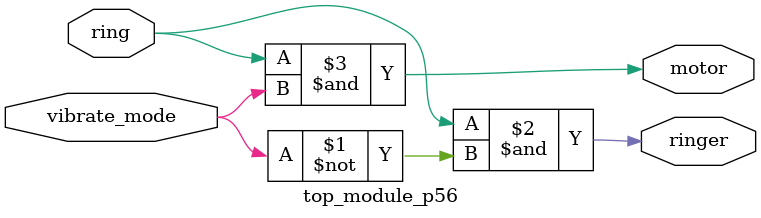
<source format=v>
module top_module_p56 (
    input ring,
    input vibrate_mode,
    output ringer,       // Make sound
    output motor         // Vibrate
);
    assign ringer = ring & ~vibrate_mode;
    assign motor = ring & vibrate_mode;
endmodule


</source>
